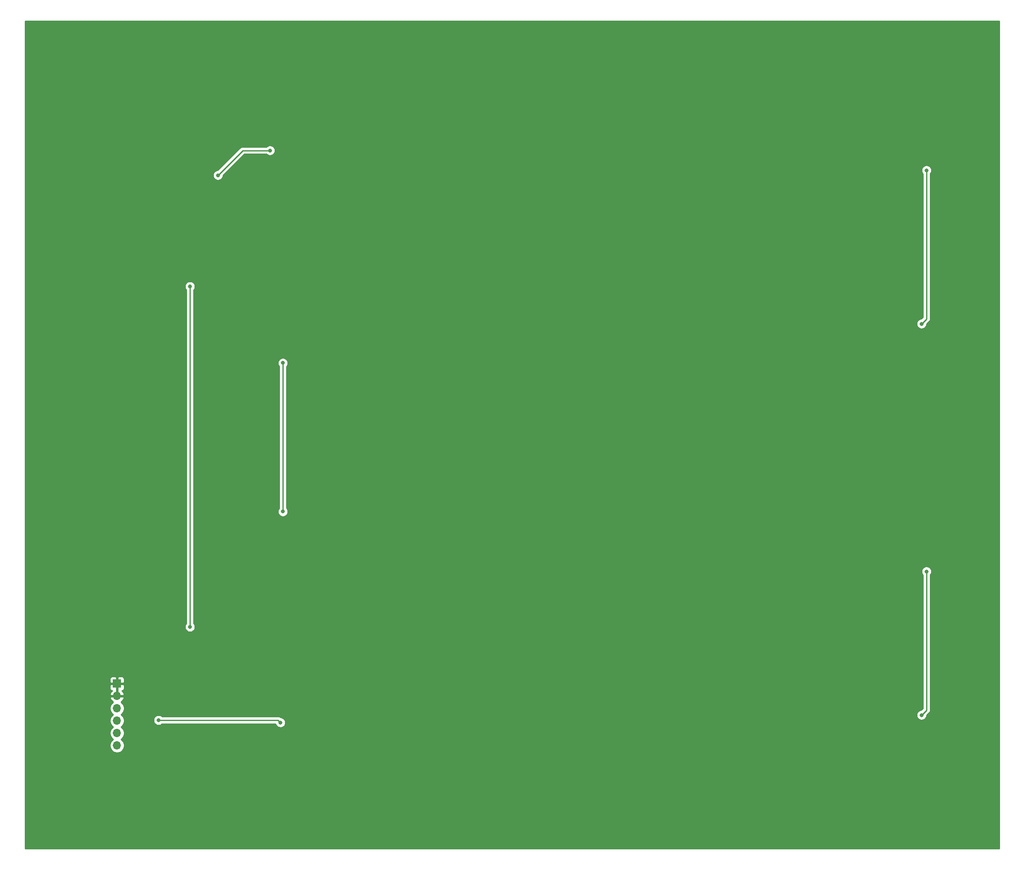
<source format=gbr>
G04 #@! TF.GenerationSoftware,KiCad,Pcbnew,(5.1.5)-3*
G04 #@! TF.CreationDate,2021-10-07T01:12:50-04:00*
G04 #@! TF.ProjectId,RIGHT_Side Panel,52494748-545f-4536-9964-652050616e65,rev?*
G04 #@! TF.SameCoordinates,Original*
G04 #@! TF.FileFunction,Copper,L2,Bot*
G04 #@! TF.FilePolarity,Positive*
%FSLAX46Y46*%
G04 Gerber Fmt 4.6, Leading zero omitted, Abs format (unit mm)*
G04 Created by KiCad (PCBNEW (5.1.5)-3) date 2021-10-07 01:12:50*
%MOMM*%
%LPD*%
G04 APERTURE LIST*
%ADD10O,1.700000X1.700000*%
%ADD11R,1.700000X1.700000*%
%ADD12C,0.800000*%
%ADD13C,0.250000*%
%ADD14C,0.254000*%
G04 APERTURE END LIST*
D10*
X25000000Y-202700000D03*
X25000000Y-200160000D03*
X25000000Y-197620000D03*
X25000000Y-195080000D03*
X25000000Y-192540000D03*
D11*
X25000000Y-190000000D03*
D12*
X65000000Y-79224000D03*
X105000000Y-79224000D03*
X145000000Y-79224000D03*
X185000000Y-79224000D03*
X185000000Y-119488000D03*
X145000000Y-119488000D03*
X105000000Y-119488000D03*
X65000000Y-119488000D03*
X65000000Y-158736000D03*
X105000000Y-158736000D03*
X144512000Y-158736000D03*
X185000000Y-158736000D03*
X105000000Y-199000000D03*
X65000000Y-199000000D03*
X145000000Y-199000000D03*
X185000000Y-199000000D03*
X189968000Y-196460000D03*
X190984000Y-166996000D03*
X189968000Y-116196000D03*
X190984000Y-84700000D03*
X59000000Y-124228000D03*
X59000000Y-154708000D03*
X33500000Y-197500000D03*
X58500000Y-198000000D03*
X39960000Y-178370000D03*
X39960000Y-108520000D03*
X45696000Y-85716000D03*
X56364000Y-80636000D03*
D13*
X189968000Y-196460000D02*
X190984000Y-195444000D01*
X190984000Y-195444000D02*
X190984000Y-166996000D01*
X189968000Y-116196000D02*
X190984000Y-115180000D01*
X190984000Y-115180000D02*
X190984000Y-106544000D01*
X190984000Y-106544000D02*
X190984000Y-88764000D01*
X190984000Y-88764000D02*
X190984000Y-84700000D01*
X59000000Y-154708000D02*
X59000000Y-124228000D01*
X25200000Y-197420000D02*
X25000000Y-197620000D01*
X58500000Y-198000000D02*
X58000000Y-197500000D01*
X58000000Y-197500000D02*
X33500000Y-197500000D01*
X39960000Y-178370000D02*
X39960000Y-108520000D01*
X45696000Y-85716000D02*
X50776000Y-80636000D01*
X50776000Y-80636000D02*
X56364000Y-80636000D01*
D14*
G36*
X205873000Y-223873000D02*
G01*
X6127000Y-223873000D01*
X6127000Y-194933740D01*
X23515000Y-194933740D01*
X23515000Y-195226260D01*
X23572068Y-195513158D01*
X23684010Y-195783411D01*
X23846525Y-196026632D01*
X24053368Y-196233475D01*
X24227760Y-196350000D01*
X24053368Y-196466525D01*
X23846525Y-196673368D01*
X23684010Y-196916589D01*
X23572068Y-197186842D01*
X23515000Y-197473740D01*
X23515000Y-197766260D01*
X23572068Y-198053158D01*
X23684010Y-198323411D01*
X23846525Y-198566632D01*
X24053368Y-198773475D01*
X24227760Y-198890000D01*
X24053368Y-199006525D01*
X23846525Y-199213368D01*
X23684010Y-199456589D01*
X23572068Y-199726842D01*
X23515000Y-200013740D01*
X23515000Y-200306260D01*
X23572068Y-200593158D01*
X23684010Y-200863411D01*
X23846525Y-201106632D01*
X24053368Y-201313475D01*
X24227760Y-201430000D01*
X24053368Y-201546525D01*
X23846525Y-201753368D01*
X23684010Y-201996589D01*
X23572068Y-202266842D01*
X23515000Y-202553740D01*
X23515000Y-202846260D01*
X23572068Y-203133158D01*
X23684010Y-203403411D01*
X23846525Y-203646632D01*
X24053368Y-203853475D01*
X24296589Y-204015990D01*
X24566842Y-204127932D01*
X24853740Y-204185000D01*
X25146260Y-204185000D01*
X25433158Y-204127932D01*
X25703411Y-204015990D01*
X25946632Y-203853475D01*
X26153475Y-203646632D01*
X26315990Y-203403411D01*
X26427932Y-203133158D01*
X26485000Y-202846260D01*
X26485000Y-202553740D01*
X26427932Y-202266842D01*
X26315990Y-201996589D01*
X26153475Y-201753368D01*
X25946632Y-201546525D01*
X25772240Y-201430000D01*
X25946632Y-201313475D01*
X26153475Y-201106632D01*
X26315990Y-200863411D01*
X26427932Y-200593158D01*
X26485000Y-200306260D01*
X26485000Y-200013740D01*
X26427932Y-199726842D01*
X26315990Y-199456589D01*
X26153475Y-199213368D01*
X25946632Y-199006525D01*
X25772240Y-198890000D01*
X25946632Y-198773475D01*
X26153475Y-198566632D01*
X26315990Y-198323411D01*
X26427932Y-198053158D01*
X26485000Y-197766260D01*
X26485000Y-197473740D01*
X26469947Y-197398061D01*
X32465000Y-197398061D01*
X32465000Y-197601939D01*
X32504774Y-197801898D01*
X32582795Y-197990256D01*
X32696063Y-198159774D01*
X32840226Y-198303937D01*
X33009744Y-198417205D01*
X33198102Y-198495226D01*
X33398061Y-198535000D01*
X33601939Y-198535000D01*
X33801898Y-198495226D01*
X33990256Y-198417205D01*
X34159774Y-198303937D01*
X34203711Y-198260000D01*
X57496440Y-198260000D01*
X57504774Y-198301898D01*
X57582795Y-198490256D01*
X57696063Y-198659774D01*
X57840226Y-198803937D01*
X58009744Y-198917205D01*
X58198102Y-198995226D01*
X58398061Y-199035000D01*
X58601939Y-199035000D01*
X58801898Y-198995226D01*
X58990256Y-198917205D01*
X59159774Y-198803937D01*
X59303937Y-198659774D01*
X59417205Y-198490256D01*
X59495226Y-198301898D01*
X59535000Y-198101939D01*
X59535000Y-197898061D01*
X59495226Y-197698102D01*
X59417205Y-197509744D01*
X59303937Y-197340226D01*
X59159774Y-197196063D01*
X58990256Y-197082795D01*
X58801898Y-197004774D01*
X58601939Y-196965000D01*
X58544105Y-196965000D01*
X58540001Y-196959999D01*
X58424276Y-196865026D01*
X58292247Y-196794454D01*
X58148986Y-196750997D01*
X58037333Y-196740000D01*
X58037322Y-196740000D01*
X58000000Y-196736324D01*
X57962678Y-196740000D01*
X34203711Y-196740000D01*
X34159774Y-196696063D01*
X33990256Y-196582795D01*
X33801898Y-196504774D01*
X33601939Y-196465000D01*
X33398061Y-196465000D01*
X33198102Y-196504774D01*
X33009744Y-196582795D01*
X32840226Y-196696063D01*
X32696063Y-196840226D01*
X32582795Y-197009744D01*
X32504774Y-197198102D01*
X32465000Y-197398061D01*
X26469947Y-197398061D01*
X26427932Y-197186842D01*
X26315990Y-196916589D01*
X26153475Y-196673368D01*
X25946632Y-196466525D01*
X25784305Y-196358061D01*
X188933000Y-196358061D01*
X188933000Y-196561939D01*
X188972774Y-196761898D01*
X189050795Y-196950256D01*
X189164063Y-197119774D01*
X189308226Y-197263937D01*
X189477744Y-197377205D01*
X189666102Y-197455226D01*
X189866061Y-197495000D01*
X190069939Y-197495000D01*
X190269898Y-197455226D01*
X190458256Y-197377205D01*
X190627774Y-197263937D01*
X190771937Y-197119774D01*
X190885205Y-196950256D01*
X190963226Y-196761898D01*
X191003000Y-196561939D01*
X191003000Y-196499801D01*
X191495004Y-196007798D01*
X191524001Y-195984001D01*
X191552727Y-195948998D01*
X191618974Y-195868277D01*
X191689546Y-195736247D01*
X191713869Y-195656063D01*
X191733003Y-195592986D01*
X191744000Y-195481333D01*
X191744000Y-195481323D01*
X191747676Y-195444000D01*
X191744000Y-195406678D01*
X191744000Y-167699711D01*
X191787937Y-167655774D01*
X191901205Y-167486256D01*
X191979226Y-167297898D01*
X192019000Y-167097939D01*
X192019000Y-166894061D01*
X191979226Y-166694102D01*
X191901205Y-166505744D01*
X191787937Y-166336226D01*
X191643774Y-166192063D01*
X191474256Y-166078795D01*
X191285898Y-166000774D01*
X191085939Y-165961000D01*
X190882061Y-165961000D01*
X190682102Y-166000774D01*
X190493744Y-166078795D01*
X190324226Y-166192063D01*
X190180063Y-166336226D01*
X190066795Y-166505744D01*
X189988774Y-166694102D01*
X189949000Y-166894061D01*
X189949000Y-167097939D01*
X189988774Y-167297898D01*
X190066795Y-167486256D01*
X190180063Y-167655774D01*
X190224001Y-167699712D01*
X190224000Y-195129198D01*
X189928199Y-195425000D01*
X189866061Y-195425000D01*
X189666102Y-195464774D01*
X189477744Y-195542795D01*
X189308226Y-195656063D01*
X189164063Y-195800226D01*
X189050795Y-195969744D01*
X188972774Y-196158102D01*
X188933000Y-196358061D01*
X25784305Y-196358061D01*
X25772240Y-196350000D01*
X25946632Y-196233475D01*
X26153475Y-196026632D01*
X26315990Y-195783411D01*
X26427932Y-195513158D01*
X26485000Y-195226260D01*
X26485000Y-194933740D01*
X26427932Y-194646842D01*
X26315990Y-194376589D01*
X26153475Y-194133368D01*
X25946632Y-193926525D01*
X25764466Y-193804805D01*
X25881355Y-193735178D01*
X26097588Y-193540269D01*
X26271641Y-193306920D01*
X26396825Y-193044099D01*
X26441476Y-192896890D01*
X26320155Y-192667000D01*
X25127000Y-192667000D01*
X25127000Y-192687000D01*
X24873000Y-192687000D01*
X24873000Y-192667000D01*
X23679845Y-192667000D01*
X23558524Y-192896890D01*
X23603175Y-193044099D01*
X23728359Y-193306920D01*
X23902412Y-193540269D01*
X24118645Y-193735178D01*
X24235534Y-193804805D01*
X24053368Y-193926525D01*
X23846525Y-194133368D01*
X23684010Y-194376589D01*
X23572068Y-194646842D01*
X23515000Y-194933740D01*
X6127000Y-194933740D01*
X6127000Y-190850000D01*
X23511928Y-190850000D01*
X23524188Y-190974482D01*
X23560498Y-191094180D01*
X23619463Y-191204494D01*
X23698815Y-191301185D01*
X23795506Y-191380537D01*
X23905820Y-191439502D01*
X23986466Y-191463966D01*
X23902412Y-191539731D01*
X23728359Y-191773080D01*
X23603175Y-192035901D01*
X23558524Y-192183110D01*
X23679845Y-192413000D01*
X24873000Y-192413000D01*
X24873000Y-190127000D01*
X25127000Y-190127000D01*
X25127000Y-192413000D01*
X26320155Y-192413000D01*
X26441476Y-192183110D01*
X26396825Y-192035901D01*
X26271641Y-191773080D01*
X26097588Y-191539731D01*
X26013534Y-191463966D01*
X26094180Y-191439502D01*
X26204494Y-191380537D01*
X26301185Y-191301185D01*
X26380537Y-191204494D01*
X26439502Y-191094180D01*
X26475812Y-190974482D01*
X26488072Y-190850000D01*
X26485000Y-190285750D01*
X26326250Y-190127000D01*
X25127000Y-190127000D01*
X24873000Y-190127000D01*
X23673750Y-190127000D01*
X23515000Y-190285750D01*
X23511928Y-190850000D01*
X6127000Y-190850000D01*
X6127000Y-189150000D01*
X23511928Y-189150000D01*
X23515000Y-189714250D01*
X23673750Y-189873000D01*
X24873000Y-189873000D01*
X24873000Y-188673750D01*
X25127000Y-188673750D01*
X25127000Y-189873000D01*
X26326250Y-189873000D01*
X26485000Y-189714250D01*
X26488072Y-189150000D01*
X26475812Y-189025518D01*
X26439502Y-188905820D01*
X26380537Y-188795506D01*
X26301185Y-188698815D01*
X26204494Y-188619463D01*
X26094180Y-188560498D01*
X25974482Y-188524188D01*
X25850000Y-188511928D01*
X25285750Y-188515000D01*
X25127000Y-188673750D01*
X24873000Y-188673750D01*
X24714250Y-188515000D01*
X24150000Y-188511928D01*
X24025518Y-188524188D01*
X23905820Y-188560498D01*
X23795506Y-188619463D01*
X23698815Y-188698815D01*
X23619463Y-188795506D01*
X23560498Y-188905820D01*
X23524188Y-189025518D01*
X23511928Y-189150000D01*
X6127000Y-189150000D01*
X6127000Y-108418061D01*
X38925000Y-108418061D01*
X38925000Y-108621939D01*
X38964774Y-108821898D01*
X39042795Y-109010256D01*
X39156063Y-109179774D01*
X39200001Y-109223712D01*
X39200000Y-177666289D01*
X39156063Y-177710226D01*
X39042795Y-177879744D01*
X38964774Y-178068102D01*
X38925000Y-178268061D01*
X38925000Y-178471939D01*
X38964774Y-178671898D01*
X39042795Y-178860256D01*
X39156063Y-179029774D01*
X39300226Y-179173937D01*
X39469744Y-179287205D01*
X39658102Y-179365226D01*
X39858061Y-179405000D01*
X40061939Y-179405000D01*
X40261898Y-179365226D01*
X40450256Y-179287205D01*
X40619774Y-179173937D01*
X40763937Y-179029774D01*
X40877205Y-178860256D01*
X40955226Y-178671898D01*
X40995000Y-178471939D01*
X40995000Y-178268061D01*
X40955226Y-178068102D01*
X40877205Y-177879744D01*
X40763937Y-177710226D01*
X40720000Y-177666289D01*
X40720000Y-124126061D01*
X57965000Y-124126061D01*
X57965000Y-124329939D01*
X58004774Y-124529898D01*
X58082795Y-124718256D01*
X58196063Y-124887774D01*
X58240001Y-124931712D01*
X58240000Y-154004289D01*
X58196063Y-154048226D01*
X58082795Y-154217744D01*
X58004774Y-154406102D01*
X57965000Y-154606061D01*
X57965000Y-154809939D01*
X58004774Y-155009898D01*
X58082795Y-155198256D01*
X58196063Y-155367774D01*
X58340226Y-155511937D01*
X58509744Y-155625205D01*
X58698102Y-155703226D01*
X58898061Y-155743000D01*
X59101939Y-155743000D01*
X59301898Y-155703226D01*
X59490256Y-155625205D01*
X59659774Y-155511937D01*
X59803937Y-155367774D01*
X59917205Y-155198256D01*
X59995226Y-155009898D01*
X60035000Y-154809939D01*
X60035000Y-154606061D01*
X59995226Y-154406102D01*
X59917205Y-154217744D01*
X59803937Y-154048226D01*
X59760000Y-154004289D01*
X59760000Y-124931711D01*
X59803937Y-124887774D01*
X59917205Y-124718256D01*
X59995226Y-124529898D01*
X60035000Y-124329939D01*
X60035000Y-124126061D01*
X59995226Y-123926102D01*
X59917205Y-123737744D01*
X59803937Y-123568226D01*
X59659774Y-123424063D01*
X59490256Y-123310795D01*
X59301898Y-123232774D01*
X59101939Y-123193000D01*
X58898061Y-123193000D01*
X58698102Y-123232774D01*
X58509744Y-123310795D01*
X58340226Y-123424063D01*
X58196063Y-123568226D01*
X58082795Y-123737744D01*
X58004774Y-123926102D01*
X57965000Y-124126061D01*
X40720000Y-124126061D01*
X40720000Y-116094061D01*
X188933000Y-116094061D01*
X188933000Y-116297939D01*
X188972774Y-116497898D01*
X189050795Y-116686256D01*
X189164063Y-116855774D01*
X189308226Y-116999937D01*
X189477744Y-117113205D01*
X189666102Y-117191226D01*
X189866061Y-117231000D01*
X190069939Y-117231000D01*
X190269898Y-117191226D01*
X190458256Y-117113205D01*
X190627774Y-116999937D01*
X190771937Y-116855774D01*
X190885205Y-116686256D01*
X190963226Y-116497898D01*
X191003000Y-116297939D01*
X191003000Y-116235801D01*
X191495004Y-115743798D01*
X191524001Y-115720001D01*
X191552727Y-115684998D01*
X191618974Y-115604277D01*
X191689546Y-115472247D01*
X191713869Y-115392063D01*
X191733003Y-115328986D01*
X191744000Y-115217333D01*
X191744000Y-115217323D01*
X191747676Y-115180000D01*
X191744000Y-115142678D01*
X191744000Y-85403711D01*
X191787937Y-85359774D01*
X191901205Y-85190256D01*
X191979226Y-85001898D01*
X192019000Y-84801939D01*
X192019000Y-84598061D01*
X191979226Y-84398102D01*
X191901205Y-84209744D01*
X191787937Y-84040226D01*
X191643774Y-83896063D01*
X191474256Y-83782795D01*
X191285898Y-83704774D01*
X191085939Y-83665000D01*
X190882061Y-83665000D01*
X190682102Y-83704774D01*
X190493744Y-83782795D01*
X190324226Y-83896063D01*
X190180063Y-84040226D01*
X190066795Y-84209744D01*
X189988774Y-84398102D01*
X189949000Y-84598061D01*
X189949000Y-84801939D01*
X189988774Y-85001898D01*
X190066795Y-85190256D01*
X190180063Y-85359774D01*
X190224001Y-85403712D01*
X190224000Y-88801332D01*
X190224001Y-88801342D01*
X190224000Y-106581332D01*
X190224001Y-106581342D01*
X190224000Y-114865198D01*
X189928199Y-115161000D01*
X189866061Y-115161000D01*
X189666102Y-115200774D01*
X189477744Y-115278795D01*
X189308226Y-115392063D01*
X189164063Y-115536226D01*
X189050795Y-115705744D01*
X188972774Y-115894102D01*
X188933000Y-116094061D01*
X40720000Y-116094061D01*
X40720000Y-109223711D01*
X40763937Y-109179774D01*
X40877205Y-109010256D01*
X40955226Y-108821898D01*
X40995000Y-108621939D01*
X40995000Y-108418061D01*
X40955226Y-108218102D01*
X40877205Y-108029744D01*
X40763937Y-107860226D01*
X40619774Y-107716063D01*
X40450256Y-107602795D01*
X40261898Y-107524774D01*
X40061939Y-107485000D01*
X39858061Y-107485000D01*
X39658102Y-107524774D01*
X39469744Y-107602795D01*
X39300226Y-107716063D01*
X39156063Y-107860226D01*
X39042795Y-108029744D01*
X38964774Y-108218102D01*
X38925000Y-108418061D01*
X6127000Y-108418061D01*
X6127000Y-85614061D01*
X44661000Y-85614061D01*
X44661000Y-85817939D01*
X44700774Y-86017898D01*
X44778795Y-86206256D01*
X44892063Y-86375774D01*
X45036226Y-86519937D01*
X45205744Y-86633205D01*
X45394102Y-86711226D01*
X45594061Y-86751000D01*
X45797939Y-86751000D01*
X45997898Y-86711226D01*
X46186256Y-86633205D01*
X46355774Y-86519937D01*
X46499937Y-86375774D01*
X46613205Y-86206256D01*
X46691226Y-86017898D01*
X46731000Y-85817939D01*
X46731000Y-85755801D01*
X51090802Y-81396000D01*
X55660289Y-81396000D01*
X55704226Y-81439937D01*
X55873744Y-81553205D01*
X56062102Y-81631226D01*
X56262061Y-81671000D01*
X56465939Y-81671000D01*
X56665898Y-81631226D01*
X56854256Y-81553205D01*
X57023774Y-81439937D01*
X57167937Y-81295774D01*
X57281205Y-81126256D01*
X57359226Y-80937898D01*
X57399000Y-80737939D01*
X57399000Y-80534061D01*
X57359226Y-80334102D01*
X57281205Y-80145744D01*
X57167937Y-79976226D01*
X57023774Y-79832063D01*
X56854256Y-79718795D01*
X56665898Y-79640774D01*
X56465939Y-79601000D01*
X56262061Y-79601000D01*
X56062102Y-79640774D01*
X55873744Y-79718795D01*
X55704226Y-79832063D01*
X55660289Y-79876000D01*
X50813323Y-79876000D01*
X50776000Y-79872324D01*
X50738677Y-79876000D01*
X50738667Y-79876000D01*
X50627014Y-79886997D01*
X50483753Y-79930454D01*
X50351723Y-80001026D01*
X50268083Y-80069668D01*
X50235999Y-80095999D01*
X50212201Y-80124997D01*
X45656199Y-84681000D01*
X45594061Y-84681000D01*
X45394102Y-84720774D01*
X45205744Y-84798795D01*
X45036226Y-84912063D01*
X44892063Y-85056226D01*
X44778795Y-85225744D01*
X44700774Y-85414102D01*
X44661000Y-85614061D01*
X6127000Y-85614061D01*
X6127000Y-54127000D01*
X205873000Y-54127000D01*
X205873000Y-223873000D01*
G37*
X205873000Y-223873000D02*
X6127000Y-223873000D01*
X6127000Y-194933740D01*
X23515000Y-194933740D01*
X23515000Y-195226260D01*
X23572068Y-195513158D01*
X23684010Y-195783411D01*
X23846525Y-196026632D01*
X24053368Y-196233475D01*
X24227760Y-196350000D01*
X24053368Y-196466525D01*
X23846525Y-196673368D01*
X23684010Y-196916589D01*
X23572068Y-197186842D01*
X23515000Y-197473740D01*
X23515000Y-197766260D01*
X23572068Y-198053158D01*
X23684010Y-198323411D01*
X23846525Y-198566632D01*
X24053368Y-198773475D01*
X24227760Y-198890000D01*
X24053368Y-199006525D01*
X23846525Y-199213368D01*
X23684010Y-199456589D01*
X23572068Y-199726842D01*
X23515000Y-200013740D01*
X23515000Y-200306260D01*
X23572068Y-200593158D01*
X23684010Y-200863411D01*
X23846525Y-201106632D01*
X24053368Y-201313475D01*
X24227760Y-201430000D01*
X24053368Y-201546525D01*
X23846525Y-201753368D01*
X23684010Y-201996589D01*
X23572068Y-202266842D01*
X23515000Y-202553740D01*
X23515000Y-202846260D01*
X23572068Y-203133158D01*
X23684010Y-203403411D01*
X23846525Y-203646632D01*
X24053368Y-203853475D01*
X24296589Y-204015990D01*
X24566842Y-204127932D01*
X24853740Y-204185000D01*
X25146260Y-204185000D01*
X25433158Y-204127932D01*
X25703411Y-204015990D01*
X25946632Y-203853475D01*
X26153475Y-203646632D01*
X26315990Y-203403411D01*
X26427932Y-203133158D01*
X26485000Y-202846260D01*
X26485000Y-202553740D01*
X26427932Y-202266842D01*
X26315990Y-201996589D01*
X26153475Y-201753368D01*
X25946632Y-201546525D01*
X25772240Y-201430000D01*
X25946632Y-201313475D01*
X26153475Y-201106632D01*
X26315990Y-200863411D01*
X26427932Y-200593158D01*
X26485000Y-200306260D01*
X26485000Y-200013740D01*
X26427932Y-199726842D01*
X26315990Y-199456589D01*
X26153475Y-199213368D01*
X25946632Y-199006525D01*
X25772240Y-198890000D01*
X25946632Y-198773475D01*
X26153475Y-198566632D01*
X26315990Y-198323411D01*
X26427932Y-198053158D01*
X26485000Y-197766260D01*
X26485000Y-197473740D01*
X26469947Y-197398061D01*
X32465000Y-197398061D01*
X32465000Y-197601939D01*
X32504774Y-197801898D01*
X32582795Y-197990256D01*
X32696063Y-198159774D01*
X32840226Y-198303937D01*
X33009744Y-198417205D01*
X33198102Y-198495226D01*
X33398061Y-198535000D01*
X33601939Y-198535000D01*
X33801898Y-198495226D01*
X33990256Y-198417205D01*
X34159774Y-198303937D01*
X34203711Y-198260000D01*
X57496440Y-198260000D01*
X57504774Y-198301898D01*
X57582795Y-198490256D01*
X57696063Y-198659774D01*
X57840226Y-198803937D01*
X58009744Y-198917205D01*
X58198102Y-198995226D01*
X58398061Y-199035000D01*
X58601939Y-199035000D01*
X58801898Y-198995226D01*
X58990256Y-198917205D01*
X59159774Y-198803937D01*
X59303937Y-198659774D01*
X59417205Y-198490256D01*
X59495226Y-198301898D01*
X59535000Y-198101939D01*
X59535000Y-197898061D01*
X59495226Y-197698102D01*
X59417205Y-197509744D01*
X59303937Y-197340226D01*
X59159774Y-197196063D01*
X58990256Y-197082795D01*
X58801898Y-197004774D01*
X58601939Y-196965000D01*
X58544105Y-196965000D01*
X58540001Y-196959999D01*
X58424276Y-196865026D01*
X58292247Y-196794454D01*
X58148986Y-196750997D01*
X58037333Y-196740000D01*
X58037322Y-196740000D01*
X58000000Y-196736324D01*
X57962678Y-196740000D01*
X34203711Y-196740000D01*
X34159774Y-196696063D01*
X33990256Y-196582795D01*
X33801898Y-196504774D01*
X33601939Y-196465000D01*
X33398061Y-196465000D01*
X33198102Y-196504774D01*
X33009744Y-196582795D01*
X32840226Y-196696063D01*
X32696063Y-196840226D01*
X32582795Y-197009744D01*
X32504774Y-197198102D01*
X32465000Y-197398061D01*
X26469947Y-197398061D01*
X26427932Y-197186842D01*
X26315990Y-196916589D01*
X26153475Y-196673368D01*
X25946632Y-196466525D01*
X25784305Y-196358061D01*
X188933000Y-196358061D01*
X188933000Y-196561939D01*
X188972774Y-196761898D01*
X189050795Y-196950256D01*
X189164063Y-197119774D01*
X189308226Y-197263937D01*
X189477744Y-197377205D01*
X189666102Y-197455226D01*
X189866061Y-197495000D01*
X190069939Y-197495000D01*
X190269898Y-197455226D01*
X190458256Y-197377205D01*
X190627774Y-197263937D01*
X190771937Y-197119774D01*
X190885205Y-196950256D01*
X190963226Y-196761898D01*
X191003000Y-196561939D01*
X191003000Y-196499801D01*
X191495004Y-196007798D01*
X191524001Y-195984001D01*
X191552727Y-195948998D01*
X191618974Y-195868277D01*
X191689546Y-195736247D01*
X191713869Y-195656063D01*
X191733003Y-195592986D01*
X191744000Y-195481333D01*
X191744000Y-195481323D01*
X191747676Y-195444000D01*
X191744000Y-195406678D01*
X191744000Y-167699711D01*
X191787937Y-167655774D01*
X191901205Y-167486256D01*
X191979226Y-167297898D01*
X192019000Y-167097939D01*
X192019000Y-166894061D01*
X191979226Y-166694102D01*
X191901205Y-166505744D01*
X191787937Y-166336226D01*
X191643774Y-166192063D01*
X191474256Y-166078795D01*
X191285898Y-166000774D01*
X191085939Y-165961000D01*
X190882061Y-165961000D01*
X190682102Y-166000774D01*
X190493744Y-166078795D01*
X190324226Y-166192063D01*
X190180063Y-166336226D01*
X190066795Y-166505744D01*
X189988774Y-166694102D01*
X189949000Y-166894061D01*
X189949000Y-167097939D01*
X189988774Y-167297898D01*
X190066795Y-167486256D01*
X190180063Y-167655774D01*
X190224001Y-167699712D01*
X190224000Y-195129198D01*
X189928199Y-195425000D01*
X189866061Y-195425000D01*
X189666102Y-195464774D01*
X189477744Y-195542795D01*
X189308226Y-195656063D01*
X189164063Y-195800226D01*
X189050795Y-195969744D01*
X188972774Y-196158102D01*
X188933000Y-196358061D01*
X25784305Y-196358061D01*
X25772240Y-196350000D01*
X25946632Y-196233475D01*
X26153475Y-196026632D01*
X26315990Y-195783411D01*
X26427932Y-195513158D01*
X26485000Y-195226260D01*
X26485000Y-194933740D01*
X26427932Y-194646842D01*
X26315990Y-194376589D01*
X26153475Y-194133368D01*
X25946632Y-193926525D01*
X25764466Y-193804805D01*
X25881355Y-193735178D01*
X26097588Y-193540269D01*
X26271641Y-193306920D01*
X26396825Y-193044099D01*
X26441476Y-192896890D01*
X26320155Y-192667000D01*
X25127000Y-192667000D01*
X25127000Y-192687000D01*
X24873000Y-192687000D01*
X24873000Y-192667000D01*
X23679845Y-192667000D01*
X23558524Y-192896890D01*
X23603175Y-193044099D01*
X23728359Y-193306920D01*
X23902412Y-193540269D01*
X24118645Y-193735178D01*
X24235534Y-193804805D01*
X24053368Y-193926525D01*
X23846525Y-194133368D01*
X23684010Y-194376589D01*
X23572068Y-194646842D01*
X23515000Y-194933740D01*
X6127000Y-194933740D01*
X6127000Y-190850000D01*
X23511928Y-190850000D01*
X23524188Y-190974482D01*
X23560498Y-191094180D01*
X23619463Y-191204494D01*
X23698815Y-191301185D01*
X23795506Y-191380537D01*
X23905820Y-191439502D01*
X23986466Y-191463966D01*
X23902412Y-191539731D01*
X23728359Y-191773080D01*
X23603175Y-192035901D01*
X23558524Y-192183110D01*
X23679845Y-192413000D01*
X24873000Y-192413000D01*
X24873000Y-190127000D01*
X25127000Y-190127000D01*
X25127000Y-192413000D01*
X26320155Y-192413000D01*
X26441476Y-192183110D01*
X26396825Y-192035901D01*
X26271641Y-191773080D01*
X26097588Y-191539731D01*
X26013534Y-191463966D01*
X26094180Y-191439502D01*
X26204494Y-191380537D01*
X26301185Y-191301185D01*
X26380537Y-191204494D01*
X26439502Y-191094180D01*
X26475812Y-190974482D01*
X26488072Y-190850000D01*
X26485000Y-190285750D01*
X26326250Y-190127000D01*
X25127000Y-190127000D01*
X24873000Y-190127000D01*
X23673750Y-190127000D01*
X23515000Y-190285750D01*
X23511928Y-190850000D01*
X6127000Y-190850000D01*
X6127000Y-189150000D01*
X23511928Y-189150000D01*
X23515000Y-189714250D01*
X23673750Y-189873000D01*
X24873000Y-189873000D01*
X24873000Y-188673750D01*
X25127000Y-188673750D01*
X25127000Y-189873000D01*
X26326250Y-189873000D01*
X26485000Y-189714250D01*
X26488072Y-189150000D01*
X26475812Y-189025518D01*
X26439502Y-188905820D01*
X26380537Y-188795506D01*
X26301185Y-188698815D01*
X26204494Y-188619463D01*
X26094180Y-188560498D01*
X25974482Y-188524188D01*
X25850000Y-188511928D01*
X25285750Y-188515000D01*
X25127000Y-188673750D01*
X24873000Y-188673750D01*
X24714250Y-188515000D01*
X24150000Y-188511928D01*
X24025518Y-188524188D01*
X23905820Y-188560498D01*
X23795506Y-188619463D01*
X23698815Y-188698815D01*
X23619463Y-188795506D01*
X23560498Y-188905820D01*
X23524188Y-189025518D01*
X23511928Y-189150000D01*
X6127000Y-189150000D01*
X6127000Y-108418061D01*
X38925000Y-108418061D01*
X38925000Y-108621939D01*
X38964774Y-108821898D01*
X39042795Y-109010256D01*
X39156063Y-109179774D01*
X39200001Y-109223712D01*
X39200000Y-177666289D01*
X39156063Y-177710226D01*
X39042795Y-177879744D01*
X38964774Y-178068102D01*
X38925000Y-178268061D01*
X38925000Y-178471939D01*
X38964774Y-178671898D01*
X39042795Y-178860256D01*
X39156063Y-179029774D01*
X39300226Y-179173937D01*
X39469744Y-179287205D01*
X39658102Y-179365226D01*
X39858061Y-179405000D01*
X40061939Y-179405000D01*
X40261898Y-179365226D01*
X40450256Y-179287205D01*
X40619774Y-179173937D01*
X40763937Y-179029774D01*
X40877205Y-178860256D01*
X40955226Y-178671898D01*
X40995000Y-178471939D01*
X40995000Y-178268061D01*
X40955226Y-178068102D01*
X40877205Y-177879744D01*
X40763937Y-177710226D01*
X40720000Y-177666289D01*
X40720000Y-124126061D01*
X57965000Y-124126061D01*
X57965000Y-124329939D01*
X58004774Y-124529898D01*
X58082795Y-124718256D01*
X58196063Y-124887774D01*
X58240001Y-124931712D01*
X58240000Y-154004289D01*
X58196063Y-154048226D01*
X58082795Y-154217744D01*
X58004774Y-154406102D01*
X57965000Y-154606061D01*
X57965000Y-154809939D01*
X58004774Y-155009898D01*
X58082795Y-155198256D01*
X58196063Y-155367774D01*
X58340226Y-155511937D01*
X58509744Y-155625205D01*
X58698102Y-155703226D01*
X58898061Y-155743000D01*
X59101939Y-155743000D01*
X59301898Y-155703226D01*
X59490256Y-155625205D01*
X59659774Y-155511937D01*
X59803937Y-155367774D01*
X59917205Y-155198256D01*
X59995226Y-155009898D01*
X60035000Y-154809939D01*
X60035000Y-154606061D01*
X59995226Y-154406102D01*
X59917205Y-154217744D01*
X59803937Y-154048226D01*
X59760000Y-154004289D01*
X59760000Y-124931711D01*
X59803937Y-124887774D01*
X59917205Y-124718256D01*
X59995226Y-124529898D01*
X60035000Y-124329939D01*
X60035000Y-124126061D01*
X59995226Y-123926102D01*
X59917205Y-123737744D01*
X59803937Y-123568226D01*
X59659774Y-123424063D01*
X59490256Y-123310795D01*
X59301898Y-123232774D01*
X59101939Y-123193000D01*
X58898061Y-123193000D01*
X58698102Y-123232774D01*
X58509744Y-123310795D01*
X58340226Y-123424063D01*
X58196063Y-123568226D01*
X58082795Y-123737744D01*
X58004774Y-123926102D01*
X57965000Y-124126061D01*
X40720000Y-124126061D01*
X40720000Y-116094061D01*
X188933000Y-116094061D01*
X188933000Y-116297939D01*
X188972774Y-116497898D01*
X189050795Y-116686256D01*
X189164063Y-116855774D01*
X189308226Y-116999937D01*
X189477744Y-117113205D01*
X189666102Y-117191226D01*
X189866061Y-117231000D01*
X190069939Y-117231000D01*
X190269898Y-117191226D01*
X190458256Y-117113205D01*
X190627774Y-116999937D01*
X190771937Y-116855774D01*
X190885205Y-116686256D01*
X190963226Y-116497898D01*
X191003000Y-116297939D01*
X191003000Y-116235801D01*
X191495004Y-115743798D01*
X191524001Y-115720001D01*
X191552727Y-115684998D01*
X191618974Y-115604277D01*
X191689546Y-115472247D01*
X191713869Y-115392063D01*
X191733003Y-115328986D01*
X191744000Y-115217333D01*
X191744000Y-115217323D01*
X191747676Y-115180000D01*
X191744000Y-115142678D01*
X191744000Y-85403711D01*
X191787937Y-85359774D01*
X191901205Y-85190256D01*
X191979226Y-85001898D01*
X192019000Y-84801939D01*
X192019000Y-84598061D01*
X191979226Y-84398102D01*
X191901205Y-84209744D01*
X191787937Y-84040226D01*
X191643774Y-83896063D01*
X191474256Y-83782795D01*
X191285898Y-83704774D01*
X191085939Y-83665000D01*
X190882061Y-83665000D01*
X190682102Y-83704774D01*
X190493744Y-83782795D01*
X190324226Y-83896063D01*
X190180063Y-84040226D01*
X190066795Y-84209744D01*
X189988774Y-84398102D01*
X189949000Y-84598061D01*
X189949000Y-84801939D01*
X189988774Y-85001898D01*
X190066795Y-85190256D01*
X190180063Y-85359774D01*
X190224001Y-85403712D01*
X190224000Y-88801332D01*
X190224001Y-88801342D01*
X190224000Y-106581332D01*
X190224001Y-106581342D01*
X190224000Y-114865198D01*
X189928199Y-115161000D01*
X189866061Y-115161000D01*
X189666102Y-115200774D01*
X189477744Y-115278795D01*
X189308226Y-115392063D01*
X189164063Y-115536226D01*
X189050795Y-115705744D01*
X188972774Y-115894102D01*
X188933000Y-116094061D01*
X40720000Y-116094061D01*
X40720000Y-109223711D01*
X40763937Y-109179774D01*
X40877205Y-109010256D01*
X40955226Y-108821898D01*
X40995000Y-108621939D01*
X40995000Y-108418061D01*
X40955226Y-108218102D01*
X40877205Y-108029744D01*
X40763937Y-107860226D01*
X40619774Y-107716063D01*
X40450256Y-107602795D01*
X40261898Y-107524774D01*
X40061939Y-107485000D01*
X39858061Y-107485000D01*
X39658102Y-107524774D01*
X39469744Y-107602795D01*
X39300226Y-107716063D01*
X39156063Y-107860226D01*
X39042795Y-108029744D01*
X38964774Y-108218102D01*
X38925000Y-108418061D01*
X6127000Y-108418061D01*
X6127000Y-85614061D01*
X44661000Y-85614061D01*
X44661000Y-85817939D01*
X44700774Y-86017898D01*
X44778795Y-86206256D01*
X44892063Y-86375774D01*
X45036226Y-86519937D01*
X45205744Y-86633205D01*
X45394102Y-86711226D01*
X45594061Y-86751000D01*
X45797939Y-86751000D01*
X45997898Y-86711226D01*
X46186256Y-86633205D01*
X46355774Y-86519937D01*
X46499937Y-86375774D01*
X46613205Y-86206256D01*
X46691226Y-86017898D01*
X46731000Y-85817939D01*
X46731000Y-85755801D01*
X51090802Y-81396000D01*
X55660289Y-81396000D01*
X55704226Y-81439937D01*
X55873744Y-81553205D01*
X56062102Y-81631226D01*
X56262061Y-81671000D01*
X56465939Y-81671000D01*
X56665898Y-81631226D01*
X56854256Y-81553205D01*
X57023774Y-81439937D01*
X57167937Y-81295774D01*
X57281205Y-81126256D01*
X57359226Y-80937898D01*
X57399000Y-80737939D01*
X57399000Y-80534061D01*
X57359226Y-80334102D01*
X57281205Y-80145744D01*
X57167937Y-79976226D01*
X57023774Y-79832063D01*
X56854256Y-79718795D01*
X56665898Y-79640774D01*
X56465939Y-79601000D01*
X56262061Y-79601000D01*
X56062102Y-79640774D01*
X55873744Y-79718795D01*
X55704226Y-79832063D01*
X55660289Y-79876000D01*
X50813323Y-79876000D01*
X50776000Y-79872324D01*
X50738677Y-79876000D01*
X50738667Y-79876000D01*
X50627014Y-79886997D01*
X50483753Y-79930454D01*
X50351723Y-80001026D01*
X50268083Y-80069668D01*
X50235999Y-80095999D01*
X50212201Y-80124997D01*
X45656199Y-84681000D01*
X45594061Y-84681000D01*
X45394102Y-84720774D01*
X45205744Y-84798795D01*
X45036226Y-84912063D01*
X44892063Y-85056226D01*
X44778795Y-85225744D01*
X44700774Y-85414102D01*
X44661000Y-85614061D01*
X6127000Y-85614061D01*
X6127000Y-54127000D01*
X205873000Y-54127000D01*
X205873000Y-223873000D01*
M02*

</source>
